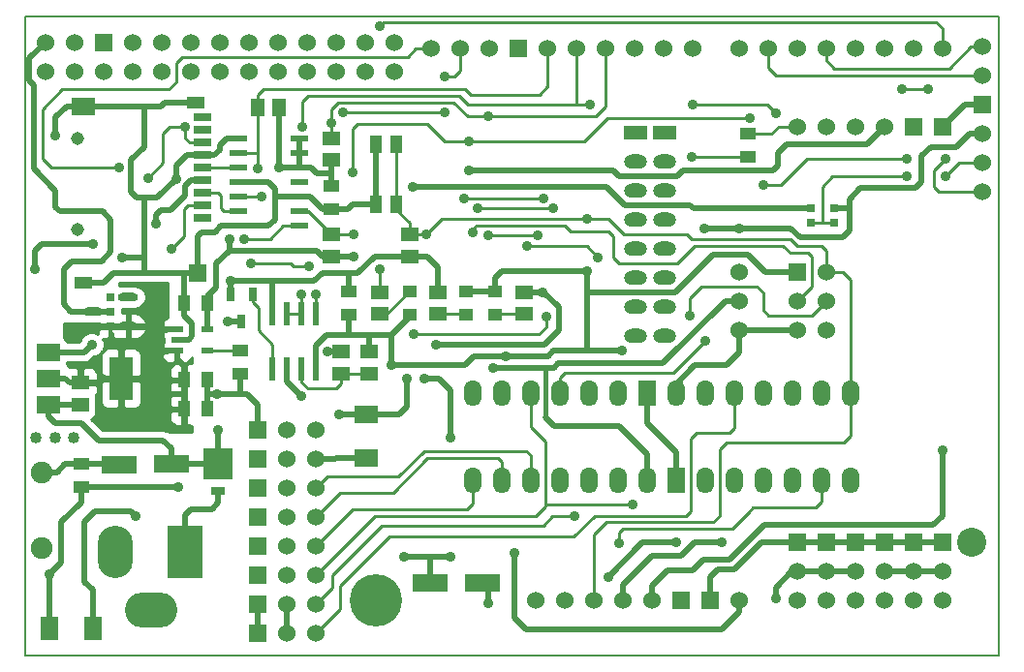
<source format=gtl>
G04 (created by PCBNEW (2013-03-15 BZR 4003)-stable) date 12-Jun-13 3:11:27 PM*
%MOIN*%
G04 Gerber Fmt 3.4, Leading zero omitted, Abs format*
%FSLAX34Y34*%
G01*
G70*
G90*
G04 APERTURE LIST*
%ADD10C,2.3622e-006*%
%ADD11C,0.005*%
%ADD12R,0.06X0.06*%
%ADD13C,0.06*%
%ADD14R,0.056X0.042*%
%ADD15R,0.05X0.04*%
%ADD16R,0.061X0.0197*%
%ADD17R,0.0394X0.0591*%
%ADD18R,0.042X0.056*%
%ADD19R,0.0512X0.059*%
%ADD20R,0.059X0.0512*%
%ADD21C,0.04*%
%ADD22R,0.044X0.0236*%
%ADD23R,0.08X0.15*%
%ADD24R,0.08X0.06*%
%ADD25R,0.0315X0.0472*%
%ADD26R,0.024X0.08*%
%ADD27R,0.12X0.064*%
%ADD28R,0.08X0.05*%
%ADD29O,0.08X0.05*%
%ADD30C,0.075*%
%ADD31R,0.06X0.03*%
%ADD32R,0.06X0.04*%
%ADD33C,0.045*%
%ADD34R,0.03X0.03*%
%ADD35R,0.06X0.08*%
%ADD36R,0.1X0.105*%
%ADD37R,0.05X0.03*%
%ADD38O,0.12X0.18*%
%ADD39R,0.12X0.18*%
%ADD40O,0.18X0.12*%
%ADD41O,0.07X0.03*%
%ADD42C,0.18*%
%ADD43C,0.1*%
%ADD44O,0.06X0.09*%
%ADD45R,0.06X0.09*%
%ADD46C,0.035*%
%ADD47C,0.02*%
%ADD48C,0.015*%
%ADD49C,0.01*%
G04 APERTURE END LIST*
G54D10*
G54D11*
X43500Y-32000D02*
X43500Y-10000D01*
X10000Y-10000D02*
X43500Y-10000D01*
X43500Y-32000D02*
X10000Y-32000D01*
X10000Y-32000D02*
X10000Y-10000D01*
G54D12*
X18000Y-31250D03*
X18000Y-30250D03*
X18000Y-29250D03*
X18000Y-28250D03*
X18000Y-27250D03*
X18000Y-26250D03*
X18000Y-25250D03*
X18000Y-24250D03*
G54D13*
X19000Y-31250D03*
X19000Y-30250D03*
X19000Y-29250D03*
X19000Y-28250D03*
X19000Y-27250D03*
X19000Y-26250D03*
X19000Y-25250D03*
X19000Y-24250D03*
G54D14*
X11925Y-26225D03*
X11925Y-25425D03*
X17400Y-21525D03*
X17400Y-22325D03*
G54D15*
X23225Y-19475D03*
X23225Y-20275D03*
X26175Y-20275D03*
X26175Y-19475D03*
X25175Y-20275D03*
X25175Y-19475D03*
G54D14*
X20550Y-16650D03*
X20550Y-15850D03*
G54D16*
X17325Y-14225D03*
X17325Y-14725D03*
X17325Y-15225D03*
X17325Y-15725D03*
X17325Y-16225D03*
X17325Y-16725D03*
X17325Y-17225D03*
X19425Y-17225D03*
X19425Y-16725D03*
X19425Y-16225D03*
X19425Y-15725D03*
X19425Y-15225D03*
X19425Y-14725D03*
X19425Y-14225D03*
G54D17*
X22075Y-14425D03*
X22075Y-16475D03*
X22775Y-16475D03*
X22775Y-14425D03*
G54D14*
X34875Y-14050D03*
X34875Y-14850D03*
G54D18*
X15475Y-23525D03*
X16275Y-23525D03*
X16275Y-19875D03*
X15475Y-19875D03*
X15475Y-22525D03*
X16275Y-22525D03*
G54D19*
X18750Y-13150D03*
X18000Y-13150D03*
G54D20*
X20550Y-14950D03*
X20550Y-14200D03*
X20550Y-18275D03*
X20550Y-17525D03*
X23225Y-18275D03*
X23225Y-17525D03*
X24200Y-19500D03*
X24200Y-20250D03*
X27175Y-19500D03*
X27175Y-20250D03*
G54D21*
X11675Y-24500D03*
X11025Y-24500D03*
X10375Y-24500D03*
G54D20*
X20875Y-21550D03*
X20875Y-22300D03*
X21850Y-22300D03*
X21850Y-21550D03*
X22200Y-19500D03*
X22200Y-20250D03*
G54D22*
X15225Y-20775D03*
X15225Y-21525D03*
X15225Y-21150D03*
X16275Y-21525D03*
X16275Y-20775D03*
G54D23*
X13300Y-22475D03*
G54D24*
X10800Y-22475D03*
X10800Y-23375D03*
X10800Y-21575D03*
G54D25*
X17825Y-19575D03*
X17450Y-20525D03*
X17075Y-19575D03*
G54D26*
X18500Y-20250D03*
X18500Y-22150D03*
X19000Y-20250D03*
X19500Y-20250D03*
X20000Y-20250D03*
X19000Y-22150D03*
X19500Y-22150D03*
X20000Y-22150D03*
G54D14*
X21150Y-19475D03*
X21150Y-20275D03*
G54D27*
X23925Y-29525D03*
X25725Y-29500D03*
X15025Y-25425D03*
X13225Y-25450D03*
G54D13*
X20000Y-31250D03*
X20000Y-30250D03*
X20000Y-29250D03*
X20000Y-28250D03*
X20000Y-27250D03*
X20000Y-26250D03*
X20000Y-25250D03*
X20000Y-24250D03*
X42950Y-11050D03*
X42950Y-12050D03*
G54D12*
X42950Y-13050D03*
G54D13*
X42950Y-14050D03*
X42950Y-15050D03*
X42950Y-16050D03*
G54D28*
X31000Y-14000D03*
G54D29*
X31000Y-15000D03*
X31000Y-16000D03*
X31000Y-17000D03*
X31000Y-18000D03*
X31000Y-19000D03*
X31000Y-20000D03*
X31000Y-21000D03*
G54D28*
X32000Y-14000D03*
G54D29*
X32000Y-15000D03*
X32000Y-16000D03*
X32000Y-17000D03*
X32000Y-18000D03*
X32000Y-19000D03*
X32000Y-20000D03*
X32000Y-21000D03*
G54D30*
X10575Y-28300D03*
X10575Y-25700D03*
G54D13*
X37575Y-20800D03*
X36575Y-20800D03*
X37575Y-19800D03*
X36575Y-19800D03*
X37575Y-18800D03*
G54D12*
X36575Y-18800D03*
G54D31*
X16100Y-15225D03*
X16100Y-14792D03*
X16100Y-14359D03*
X16100Y-13926D03*
X16100Y-13493D03*
X16100Y-15658D03*
X16100Y-16091D03*
X16100Y-16524D03*
X16100Y-16957D03*
G54D32*
X15864Y-12963D03*
G54D24*
X12016Y-13099D03*
G54D32*
X12016Y-19162D03*
G54D12*
X15946Y-18840D03*
G54D33*
X11800Y-14200D03*
X11800Y-17350D03*
G54D34*
X37825Y-17100D03*
X37825Y-16625D03*
X37025Y-17100D03*
X37025Y-16625D03*
G54D35*
X12325Y-31075D03*
X10825Y-31075D03*
G54D24*
X21725Y-23725D03*
X21725Y-25225D03*
G54D36*
X16650Y-25425D03*
G54D37*
X16650Y-26350D03*
G54D38*
X13100Y-28450D03*
G54D39*
X15500Y-28450D03*
G54D40*
X14350Y-30450D03*
G54D13*
X10700Y-11900D03*
X10700Y-10900D03*
X11700Y-11900D03*
X11700Y-10900D03*
X12700Y-11900D03*
G54D12*
X12700Y-10900D03*
G54D13*
X13700Y-11900D03*
X13700Y-10900D03*
X14700Y-11900D03*
X14700Y-10900D03*
X15700Y-11900D03*
X15700Y-10900D03*
X16700Y-11900D03*
X16700Y-10900D03*
X17700Y-11900D03*
X17700Y-10900D03*
X18700Y-11900D03*
X18700Y-10900D03*
X19700Y-11900D03*
X19700Y-10900D03*
X20700Y-11900D03*
X20700Y-10900D03*
X21700Y-11900D03*
X21700Y-10900D03*
X22700Y-11900D03*
X22700Y-10900D03*
X34575Y-18800D03*
X34575Y-19800D03*
X34575Y-20800D03*
X41575Y-29125D03*
X40575Y-29125D03*
X39575Y-29125D03*
X38575Y-29125D03*
X37575Y-29125D03*
X36575Y-29125D03*
G54D12*
X41575Y-28125D03*
X40575Y-28125D03*
X39575Y-28125D03*
X38575Y-28125D03*
X37575Y-28125D03*
X36575Y-28125D03*
G54D41*
X13550Y-19675D03*
X13550Y-20675D03*
X12350Y-20175D03*
G54D34*
X12950Y-20675D03*
X12950Y-20175D03*
X12950Y-19675D03*
G54D20*
X11900Y-23375D03*
X11900Y-22625D03*
G54D12*
X41575Y-13800D03*
X40575Y-13800D03*
G54D13*
X39575Y-13800D03*
X38575Y-13800D03*
X37575Y-13800D03*
X36575Y-13800D03*
X41575Y-30125D03*
X40575Y-30125D03*
X39575Y-30125D03*
X36575Y-30125D03*
X37575Y-30125D03*
X38575Y-30125D03*
X34575Y-30125D03*
G54D12*
X33575Y-30125D03*
X32575Y-30125D03*
G54D13*
X30575Y-30125D03*
X29575Y-30125D03*
X41575Y-11125D03*
X40575Y-11125D03*
X39575Y-11125D03*
X38575Y-11125D03*
X37575Y-11125D03*
X36575Y-11125D03*
X35575Y-11125D03*
X34575Y-11125D03*
X32975Y-11125D03*
X31975Y-11125D03*
X30975Y-11125D03*
X29975Y-11125D03*
X28975Y-11125D03*
X27975Y-11125D03*
G54D12*
X26975Y-11125D03*
G54D13*
X25975Y-11125D03*
X31575Y-30125D03*
G54D42*
X22075Y-30125D03*
G54D43*
X42575Y-28125D03*
G54D13*
X28575Y-30125D03*
X27575Y-30125D03*
X24975Y-11125D03*
X23975Y-11125D03*
G54D44*
X37400Y-22975D03*
X36400Y-22975D03*
X35400Y-22975D03*
X34400Y-22975D03*
X33400Y-22975D03*
X32400Y-22975D03*
G54D45*
X31400Y-22975D03*
G54D44*
X30400Y-22975D03*
X29400Y-22975D03*
X28400Y-22975D03*
X27400Y-22975D03*
X26400Y-22975D03*
X25400Y-22975D03*
X38400Y-22975D03*
X25400Y-25975D03*
X26400Y-25975D03*
X27400Y-25975D03*
X28400Y-25975D03*
X29400Y-25975D03*
X30400Y-25975D03*
X31400Y-25975D03*
G54D45*
X32400Y-25975D03*
G54D44*
X33400Y-25975D03*
X34400Y-25975D03*
X35400Y-25975D03*
X36400Y-25975D03*
X37400Y-25975D03*
X38400Y-25975D03*
G54D46*
X35825Y-30050D03*
X14499Y-17135D03*
X19500Y-23075D03*
X17025Y-17675D03*
X33975Y-28125D03*
X34575Y-17300D03*
X33375Y-17300D03*
X18750Y-15225D03*
X21300Y-18275D03*
X24125Y-21300D03*
X27800Y-19500D03*
X23025Y-28600D03*
X24650Y-28600D03*
X26100Y-22100D03*
X40350Y-15525D03*
X41675Y-15525D03*
X27625Y-17550D03*
X25925Y-17550D03*
X25575Y-16625D03*
X28175Y-16625D03*
X41675Y-14925D03*
X35400Y-15825D03*
X40350Y-14925D03*
X33400Y-21175D03*
X28900Y-27225D03*
X30900Y-26825D03*
X17075Y-19125D03*
X23150Y-22475D03*
X12350Y-17850D03*
X14700Y-19300D03*
X41575Y-24950D03*
X15275Y-26225D03*
X10350Y-18700D03*
X15625Y-24200D03*
X12625Y-22475D03*
X10825Y-29225D03*
X20800Y-23700D03*
X15500Y-13825D03*
X35825Y-13350D03*
X32975Y-13050D03*
X14225Y-15575D03*
X19550Y-13825D03*
X29425Y-13050D03*
X25400Y-17450D03*
X20550Y-13675D03*
X18150Y-16225D03*
X25925Y-13450D03*
X29350Y-16975D03*
X19775Y-18600D03*
X17775Y-18500D03*
X32950Y-14850D03*
X23800Y-17525D03*
X22200Y-10350D03*
X40175Y-12525D03*
X41075Y-12525D03*
X18000Y-15250D03*
X23375Y-20950D03*
X27275Y-17925D03*
X32875Y-20325D03*
X29700Y-18300D03*
X27925Y-20350D03*
X20000Y-19575D03*
X34925Y-13500D03*
X25275Y-14300D03*
X13225Y-15200D03*
X21275Y-15375D03*
X20950Y-13325D03*
X24450Y-12075D03*
X30450Y-28150D03*
X24450Y-13325D03*
X17525Y-17675D03*
X15025Y-18025D03*
X27825Y-16275D03*
X21300Y-17525D03*
X25100Y-16275D03*
X16975Y-20525D03*
X25275Y-15300D03*
X13800Y-27225D03*
X20400Y-21550D03*
X23725Y-22475D03*
X26850Y-28475D03*
X16650Y-24250D03*
X24625Y-24500D03*
X23350Y-15875D03*
X11050Y-14125D03*
X12300Y-21300D03*
X26550Y-21700D03*
X16600Y-23025D03*
X25950Y-30200D03*
X15200Y-15600D03*
X13350Y-18325D03*
X29325Y-18775D03*
X30075Y-29300D03*
X22600Y-22025D03*
X32400Y-28125D03*
X30550Y-21525D03*
X22200Y-18725D03*
X19500Y-19575D03*
G54D47*
X37575Y-29125D02*
X38575Y-29125D01*
X19000Y-22150D02*
X19000Y-22575D01*
X15499Y-16176D02*
X15000Y-16675D01*
X38125Y-17625D02*
X36675Y-17625D01*
X36575Y-29125D02*
X36375Y-29125D01*
X20550Y-15425D02*
X20550Y-14950D01*
X16275Y-19650D02*
X16575Y-19350D01*
X40850Y-15700D02*
X40625Y-15925D01*
X40850Y-14825D02*
X40850Y-15700D01*
X41163Y-14512D02*
X40850Y-14825D01*
X42950Y-14050D02*
X42500Y-14050D01*
X40625Y-15925D02*
X38750Y-15925D01*
X42500Y-14050D02*
X42038Y-14512D01*
X20050Y-15425D02*
X20550Y-15425D01*
X15499Y-15848D02*
X15689Y-15658D01*
X36575Y-29125D02*
X37575Y-29125D01*
X31575Y-28575D02*
X30575Y-29575D01*
X38375Y-16300D02*
X38750Y-15925D01*
X27175Y-19500D02*
X27850Y-19500D01*
X38375Y-17375D02*
X38375Y-16625D01*
X35825Y-29675D02*
X35825Y-30050D01*
X33975Y-28125D02*
X33025Y-28125D01*
X27800Y-19500D02*
X27175Y-19500D01*
X16275Y-19875D02*
X16275Y-19650D01*
X19850Y-15225D02*
X20050Y-15425D01*
X14499Y-17135D02*
X14499Y-16848D01*
X20550Y-15850D02*
X20550Y-15425D01*
X19425Y-15225D02*
X19850Y-15225D01*
X18750Y-15225D02*
X18750Y-13150D01*
X20225Y-18275D02*
X20025Y-18075D01*
X19000Y-22575D02*
X19500Y-23075D01*
X17025Y-18075D02*
X17025Y-17675D01*
X36375Y-29125D02*
X35825Y-29675D01*
X19425Y-15225D02*
X18750Y-15225D01*
X27872Y-21300D02*
X28375Y-20797D01*
X15689Y-15658D02*
X16100Y-15658D01*
X16575Y-19350D02*
X16575Y-18525D01*
X16575Y-18525D02*
X17025Y-18075D01*
X30575Y-29575D02*
X30575Y-30125D01*
X19425Y-14225D02*
X19425Y-14725D01*
X32575Y-28575D02*
X31575Y-28575D01*
X21300Y-18275D02*
X20550Y-18275D01*
X34575Y-17300D02*
X36350Y-17300D01*
X34575Y-17300D02*
X33375Y-17300D01*
X14675Y-16675D02*
X14675Y-16672D01*
X24125Y-21300D02*
X27872Y-21300D01*
X19425Y-14725D02*
X19425Y-15225D01*
X20025Y-18075D02*
X17025Y-18075D01*
X33025Y-28125D02*
X32575Y-28575D01*
X15000Y-16675D02*
X14675Y-16675D01*
X37825Y-16625D02*
X38375Y-16625D01*
X15499Y-15848D02*
X15499Y-16176D01*
X20550Y-18275D02*
X20225Y-18275D01*
X27850Y-19500D02*
X28375Y-20025D01*
X14499Y-16848D02*
X14675Y-16672D01*
X42038Y-14512D02*
X41163Y-14512D01*
X16275Y-20775D02*
X16275Y-19875D01*
X28375Y-20025D02*
X28375Y-20797D01*
X38375Y-16625D02*
X38375Y-16300D01*
X38125Y-17625D02*
X38375Y-17375D01*
X36675Y-17625D02*
X36350Y-17300D01*
X20675Y-25250D02*
X20000Y-25250D01*
X20700Y-25225D02*
X20675Y-25250D01*
X21725Y-25225D02*
X20700Y-25225D01*
X23925Y-28600D02*
X23025Y-28600D01*
X19000Y-30250D02*
X19000Y-31250D01*
X24650Y-28600D02*
X23925Y-28600D01*
X23925Y-29525D02*
X23925Y-28600D01*
X31400Y-25075D02*
X30425Y-24100D01*
G54D48*
X27900Y-23800D02*
X27900Y-22100D01*
G54D47*
X28200Y-24100D02*
X27900Y-23800D01*
X31950Y-21950D02*
X34100Y-19800D01*
X31400Y-25975D02*
X31400Y-25075D01*
X28350Y-21950D02*
X31950Y-21950D01*
X34100Y-19800D02*
X34575Y-19800D01*
X30425Y-24100D02*
X28200Y-24100D01*
X27875Y-22100D02*
X28200Y-22100D01*
X26100Y-22100D02*
X27875Y-22100D01*
X27900Y-22100D02*
X27875Y-22100D01*
X28350Y-21950D02*
X28200Y-22100D01*
G54D49*
X42950Y-15050D02*
X42150Y-15050D01*
X42150Y-15050D02*
X41675Y-15525D01*
X40350Y-15525D02*
X37775Y-15525D01*
X37425Y-15875D02*
X37425Y-17100D01*
X37775Y-15525D02*
X37425Y-15875D01*
X37425Y-17100D02*
X37825Y-17100D01*
X37025Y-17100D02*
X37825Y-17100D01*
X25925Y-17550D02*
X27625Y-17550D01*
X25400Y-26775D02*
X25200Y-26975D01*
X25400Y-25975D02*
X25400Y-26775D01*
X21275Y-26975D02*
X20000Y-28250D01*
X25200Y-26975D02*
X21275Y-26975D01*
X28175Y-16625D02*
X25575Y-16625D01*
X42950Y-16050D02*
X41450Y-16050D01*
X36000Y-15825D02*
X36900Y-14925D01*
X41450Y-16050D02*
X41275Y-15875D01*
X35400Y-15825D02*
X36000Y-15825D01*
X41275Y-15325D02*
X41675Y-14925D01*
X40350Y-14925D02*
X36900Y-14925D01*
X41275Y-15875D02*
X41275Y-15325D01*
X41800Y-11800D02*
X37850Y-11800D01*
X42950Y-11050D02*
X42550Y-11050D01*
X37575Y-11525D02*
X37575Y-11125D01*
X37850Y-11800D02*
X37575Y-11525D01*
X42550Y-11050D02*
X41800Y-11800D01*
X28575Y-22275D02*
X28400Y-22450D01*
X28400Y-22450D02*
X28400Y-22975D01*
X20575Y-29250D02*
X20575Y-29675D01*
X22275Y-27550D02*
X20575Y-29250D01*
X27825Y-27550D02*
X22275Y-27550D01*
X20575Y-29675D02*
X20000Y-30250D01*
X27825Y-27550D02*
X28150Y-27225D01*
X28575Y-22275D02*
X32300Y-22275D01*
X28150Y-27225D02*
X28900Y-27225D01*
X32300Y-22275D02*
X33400Y-21175D01*
X27575Y-27200D02*
X27900Y-26875D01*
X22050Y-27200D02*
X20000Y-29250D01*
X27900Y-24650D02*
X27400Y-24150D01*
X27900Y-24650D02*
X27900Y-26875D01*
X27575Y-27200D02*
X27950Y-26825D01*
X27575Y-27200D02*
X22050Y-27200D01*
X42950Y-12050D02*
X35850Y-12050D01*
X27950Y-26825D02*
X30900Y-26825D01*
X27400Y-22975D02*
X27400Y-24150D01*
X35850Y-12050D02*
X35575Y-11775D01*
X35575Y-11775D02*
X35575Y-11125D01*
G54D47*
X11925Y-26225D02*
X15275Y-26225D01*
X32100Y-29075D02*
X31575Y-29600D01*
X31575Y-30125D02*
X31575Y-29600D01*
X34575Y-21575D02*
X34575Y-20800D01*
X32400Y-22673D02*
X33048Y-22025D01*
X10350Y-18075D02*
X10350Y-18700D01*
X15475Y-23025D02*
X15475Y-23525D01*
X15225Y-21800D02*
X15225Y-21525D01*
X18500Y-19125D02*
X18475Y-19125D01*
X15225Y-21525D02*
X14700Y-21525D01*
X33048Y-22025D02*
X34125Y-22025D01*
X23225Y-18275D02*
X22025Y-18275D01*
X11900Y-22625D02*
X12475Y-22625D01*
X13300Y-22475D02*
X12625Y-22475D01*
X32975Y-29075D02*
X32100Y-29075D01*
X36575Y-20800D02*
X34575Y-20800D01*
X24200Y-18650D02*
X23825Y-18275D01*
X14700Y-21525D02*
X14700Y-20675D01*
X34125Y-22025D02*
X34575Y-21575D01*
X40575Y-29125D02*
X41575Y-29125D01*
X15475Y-22525D02*
X15475Y-22050D01*
X24200Y-19500D02*
X24200Y-18650D01*
X15475Y-23525D02*
X15475Y-24000D01*
X21450Y-18850D02*
X21150Y-18850D01*
X11250Y-27425D02*
X11250Y-28800D01*
X35425Y-27525D02*
X41250Y-27525D01*
X20825Y-23725D02*
X20800Y-23700D01*
X21725Y-23725D02*
X20825Y-23725D01*
X17075Y-19575D02*
X17075Y-19125D01*
X18500Y-20250D02*
X18500Y-19125D01*
X14225Y-20675D02*
X13550Y-20675D01*
X10825Y-31075D02*
X10825Y-29225D01*
X14050Y-22475D02*
X14600Y-23025D01*
X41575Y-24950D02*
X41575Y-27200D01*
X41575Y-27200D02*
X41250Y-27525D01*
X11925Y-26750D02*
X11925Y-26225D01*
X15475Y-23025D02*
X14600Y-23025D01*
X33350Y-28700D02*
X32975Y-29075D01*
X15475Y-24000D02*
X15625Y-24200D01*
X22875Y-23725D02*
X21725Y-23725D01*
X12350Y-17850D02*
X10575Y-17850D01*
X14700Y-20775D02*
X14700Y-20675D01*
X11525Y-22625D02*
X11375Y-22475D01*
X19950Y-19125D02*
X20225Y-18850D01*
X21150Y-19475D02*
X21150Y-18850D01*
X14325Y-20775D02*
X14225Y-20675D01*
X18475Y-19125D02*
X17075Y-19125D01*
X22025Y-18275D02*
X21450Y-18850D01*
X15475Y-22050D02*
X15225Y-21800D01*
X10575Y-17850D02*
X10350Y-18075D01*
X23150Y-22475D02*
X23150Y-23450D01*
X32400Y-22975D02*
X32400Y-22673D01*
X19950Y-19125D02*
X18475Y-19125D01*
X14700Y-19300D02*
X14700Y-20675D01*
X11250Y-28800D02*
X10825Y-29225D01*
X11375Y-22475D02*
X10800Y-22475D01*
X11900Y-22625D02*
X11525Y-22625D01*
X23825Y-18275D02*
X23225Y-18275D01*
X11250Y-27425D02*
X11925Y-26750D01*
X21150Y-18850D02*
X20225Y-18850D01*
X23150Y-23450D02*
X22875Y-23725D01*
X15475Y-22525D02*
X15475Y-23025D01*
X39575Y-29125D02*
X40575Y-29125D01*
X12475Y-22625D02*
X12625Y-22475D01*
X13550Y-20675D02*
X12950Y-20675D01*
X14050Y-22475D02*
X13300Y-22475D01*
X15225Y-20775D02*
X14700Y-20775D01*
X14700Y-20775D02*
X14325Y-20775D01*
X34250Y-28700D02*
X33350Y-28700D01*
X35425Y-27525D02*
X34250Y-28700D01*
G54D49*
X15659Y-14359D02*
X15500Y-14200D01*
X28975Y-13050D02*
X25250Y-13050D01*
X24950Y-12750D02*
X25250Y-13050D01*
X14750Y-15050D02*
X14225Y-15575D01*
X19750Y-12750D02*
X24950Y-12750D01*
X28975Y-13050D02*
X28975Y-11125D01*
X32975Y-13050D02*
X35525Y-13050D01*
X19550Y-12950D02*
X19750Y-12750D01*
X19550Y-13825D02*
X19550Y-12950D01*
X35525Y-13050D02*
X35825Y-13350D01*
X15500Y-14200D02*
X15500Y-13825D01*
X29425Y-13050D02*
X28975Y-13050D01*
X16100Y-14359D02*
X15659Y-14359D01*
X14975Y-13825D02*
X15500Y-13825D01*
X14750Y-14050D02*
X14750Y-15050D01*
X14750Y-14050D02*
X14975Y-13825D01*
X17325Y-16225D02*
X18150Y-16225D01*
X29975Y-11125D02*
X29975Y-13100D01*
X22850Y-25850D02*
X20400Y-25850D01*
X25400Y-17450D02*
X25400Y-17325D01*
X29625Y-13450D02*
X25925Y-13450D01*
X20550Y-14200D02*
X20550Y-13675D01*
X27400Y-25975D02*
X27400Y-25125D01*
X23725Y-24975D02*
X22850Y-25850D01*
X27250Y-24975D02*
X23725Y-24975D01*
X25925Y-13450D02*
X25225Y-13450D01*
X20400Y-25850D02*
X20000Y-26250D01*
X20550Y-13200D02*
X20775Y-12975D01*
X36075Y-17900D02*
X36325Y-18150D01*
X30075Y-17400D02*
X30250Y-17575D01*
X32450Y-18500D02*
X30425Y-18500D01*
X27400Y-25125D02*
X27250Y-24975D01*
X28575Y-17200D02*
X28775Y-17400D01*
X28775Y-17400D02*
X30075Y-17400D01*
X30425Y-18500D02*
X30250Y-18325D01*
X33050Y-17900D02*
X32450Y-18500D01*
X33050Y-17900D02*
X36075Y-17900D01*
X30250Y-18325D02*
X30250Y-17575D01*
X25525Y-17200D02*
X28575Y-17200D01*
X36950Y-18150D02*
X37075Y-18275D01*
X20775Y-12975D02*
X24750Y-12975D01*
X36325Y-18150D02*
X36950Y-18150D01*
X20550Y-13675D02*
X20550Y-13200D01*
X37075Y-18275D02*
X37075Y-19300D01*
X37075Y-19300D02*
X36575Y-19800D01*
X24750Y-12975D02*
X25225Y-13450D01*
X25400Y-17325D02*
X25525Y-17200D01*
X29975Y-13100D02*
X29625Y-13450D01*
X38400Y-22975D02*
X38400Y-24450D01*
X38400Y-22975D02*
X38400Y-19075D01*
X38175Y-24675D02*
X38400Y-24450D01*
X34125Y-24675D02*
X38175Y-24675D01*
X33900Y-24900D02*
X34125Y-24675D01*
X29575Y-27850D02*
X29575Y-30125D01*
X32950Y-17675D02*
X32775Y-17500D01*
X33900Y-24900D02*
X33900Y-27200D01*
X24350Y-16975D02*
X23800Y-17525D01*
X19250Y-18600D02*
X19775Y-18600D01*
X22775Y-16475D02*
X22775Y-14425D01*
X29350Y-16975D02*
X24350Y-16975D01*
X23800Y-17525D02*
X23225Y-17525D01*
X17775Y-18500D02*
X19150Y-18500D01*
X32950Y-17675D02*
X36350Y-17675D01*
X22775Y-16475D02*
X22775Y-16675D01*
X36350Y-17675D02*
X36575Y-17900D01*
X30075Y-16975D02*
X30600Y-17500D01*
X37400Y-17900D02*
X36575Y-17900D01*
X38125Y-18800D02*
X37575Y-18800D01*
X19150Y-18500D02*
X19250Y-18600D01*
X30000Y-27425D02*
X29575Y-27850D01*
X23225Y-17125D02*
X23225Y-17525D01*
X30000Y-27425D02*
X33675Y-27425D01*
X22775Y-16675D02*
X23225Y-17125D01*
X30600Y-17500D02*
X32775Y-17500D01*
X32950Y-14850D02*
X34875Y-14850D01*
X37575Y-18800D02*
X37575Y-18075D01*
X38400Y-19075D02*
X38125Y-18800D01*
X33900Y-27200D02*
X33675Y-27425D01*
X37575Y-18075D02*
X37400Y-17900D01*
X29350Y-16975D02*
X30075Y-16975D01*
X41350Y-10200D02*
X22350Y-10200D01*
X41575Y-10425D02*
X41575Y-11125D01*
X40175Y-12525D02*
X41075Y-12525D01*
X22350Y-10200D02*
X22200Y-10350D01*
X41350Y-10200D02*
X41575Y-10425D01*
G54D47*
X11600Y-18450D02*
X12625Y-18450D01*
X11200Y-16725D02*
X11050Y-16575D01*
X12950Y-18125D02*
X12950Y-17000D01*
X12350Y-20175D02*
X11575Y-20175D01*
X11575Y-20175D02*
X11325Y-19925D01*
X12950Y-17000D02*
X12675Y-16725D01*
X10150Y-12225D02*
X10150Y-11450D01*
X11325Y-19925D02*
X11325Y-18725D01*
X10150Y-11450D02*
X10700Y-10900D01*
X12950Y-20175D02*
X12350Y-20175D01*
X12675Y-16725D02*
X11200Y-16725D01*
X11050Y-16000D02*
X11050Y-16575D01*
X11325Y-18725D02*
X11600Y-18450D01*
X10300Y-12375D02*
X10300Y-15250D01*
X10300Y-15250D02*
X11050Y-16000D01*
X12625Y-18450D02*
X12950Y-18125D01*
X10150Y-12225D02*
X10300Y-12375D01*
G54D49*
X27975Y-12425D02*
X27975Y-11125D01*
X35175Y-19300D02*
X35400Y-19525D01*
X33275Y-19300D02*
X35175Y-19300D01*
X29325Y-17925D02*
X29700Y-18300D01*
X32875Y-20325D02*
X32875Y-19700D01*
X25325Y-12700D02*
X27700Y-12700D01*
X32875Y-19700D02*
X33275Y-19300D01*
X35400Y-20125D02*
X35575Y-20300D01*
X18200Y-12525D02*
X18000Y-12725D01*
X35400Y-19525D02*
X35400Y-20125D01*
X27700Y-12700D02*
X27975Y-12425D01*
X20000Y-20250D02*
X20000Y-19575D01*
X18200Y-12525D02*
X25150Y-12525D01*
X37075Y-20300D02*
X35575Y-20300D01*
X18000Y-13150D02*
X18000Y-14725D01*
X18000Y-12725D02*
X18000Y-13150D01*
X25150Y-12525D02*
X25325Y-12700D01*
X27925Y-20700D02*
X27925Y-20350D01*
X23375Y-20950D02*
X27675Y-20950D01*
X37075Y-20300D02*
X37575Y-19800D01*
X27275Y-17925D02*
X29325Y-17925D01*
X17325Y-14725D02*
X18000Y-14725D01*
X27675Y-20950D02*
X27925Y-20700D01*
X18000Y-15250D02*
X18000Y-14725D01*
X23175Y-11400D02*
X15400Y-11400D01*
X15200Y-11600D02*
X15400Y-11400D01*
X15200Y-12275D02*
X15200Y-11600D01*
X34925Y-13500D02*
X30050Y-13500D01*
X14950Y-12525D02*
X15200Y-12275D01*
X30050Y-13500D02*
X29250Y-14300D01*
X29250Y-14300D02*
X25275Y-14300D01*
X23175Y-11400D02*
X23450Y-11125D01*
X10900Y-15200D02*
X10600Y-14900D01*
X14950Y-12525D02*
X11275Y-12525D01*
X23450Y-11125D02*
X23975Y-11125D01*
X23850Y-13700D02*
X21450Y-13700D01*
X24450Y-14300D02*
X23850Y-13700D01*
X21275Y-13875D02*
X21275Y-15375D01*
X13225Y-15200D02*
X10900Y-15200D01*
X10600Y-14900D02*
X10600Y-13200D01*
X11275Y-12525D02*
X10600Y-13200D01*
X21450Y-13700D02*
X21275Y-13875D01*
X25275Y-14300D02*
X24450Y-14300D01*
X37400Y-25975D02*
X37400Y-26725D01*
X37200Y-26925D02*
X35052Y-26925D01*
X37400Y-26725D02*
X37200Y-26925D01*
X24975Y-11125D02*
X24975Y-11875D01*
X24450Y-13325D02*
X20950Y-13325D01*
X30575Y-27650D02*
X34327Y-27650D01*
X24450Y-12075D02*
X24775Y-12075D01*
X24775Y-12075D02*
X24975Y-11875D01*
X30575Y-27650D02*
X30450Y-27775D01*
X35052Y-26925D02*
X34900Y-27077D01*
X30450Y-27775D02*
X30450Y-28150D01*
X34900Y-27077D02*
X34327Y-27650D01*
X16100Y-15225D02*
X17325Y-15225D01*
X15475Y-16650D02*
X15475Y-17575D01*
X16100Y-16524D02*
X15601Y-16524D01*
X17525Y-17675D02*
X18425Y-17675D01*
X15475Y-17575D02*
X15025Y-18025D01*
X15601Y-16524D02*
X15475Y-16650D01*
X18875Y-17225D02*
X19425Y-17225D01*
X18425Y-17675D02*
X18875Y-17225D01*
X16825Y-16725D02*
X16725Y-16625D01*
X16725Y-16175D02*
X16641Y-16091D01*
X16641Y-16091D02*
X16100Y-16091D01*
X16725Y-16625D02*
X16725Y-16175D01*
X17325Y-16725D02*
X16825Y-16725D01*
X22675Y-26400D02*
X20850Y-26400D01*
X27825Y-16275D02*
X25100Y-16275D01*
X20550Y-17525D02*
X21300Y-17525D01*
X26275Y-25225D02*
X23850Y-25225D01*
X19425Y-16725D02*
X19750Y-16725D01*
X26400Y-25975D02*
X26400Y-25350D01*
X23850Y-25225D02*
X22675Y-26400D01*
X20850Y-26400D02*
X20000Y-27250D01*
X26400Y-25350D02*
X26275Y-25225D01*
X19750Y-16725D02*
X20550Y-17525D01*
X19725Y-22825D02*
X20700Y-22825D01*
X19500Y-22600D02*
X19725Y-22825D01*
X20875Y-22650D02*
X20700Y-22825D01*
X19500Y-22150D02*
X19500Y-22600D01*
X20875Y-22300D02*
X21850Y-22300D01*
X20875Y-22300D02*
X20875Y-22650D01*
X17825Y-19575D02*
X17825Y-19850D01*
X18500Y-22150D02*
X18500Y-21300D01*
X17825Y-19850D02*
X18025Y-20050D01*
X18025Y-20825D02*
X18025Y-20050D01*
X18500Y-21300D02*
X18025Y-20825D01*
G54D47*
X15700Y-26975D02*
X15500Y-27175D01*
X16650Y-26750D02*
X16425Y-26975D01*
X16650Y-26350D02*
X16650Y-26750D01*
X15500Y-27175D02*
X15500Y-28450D01*
X16425Y-26975D02*
X15700Y-26975D01*
X25275Y-15300D02*
X30250Y-15300D01*
X30450Y-15500D02*
X30250Y-15300D01*
X35750Y-15300D02*
X32650Y-15300D01*
X35900Y-15150D02*
X35900Y-14700D01*
X36200Y-14400D02*
X38975Y-14400D01*
X32450Y-15500D02*
X30450Y-15500D01*
X35750Y-15300D02*
X35900Y-15150D01*
X16975Y-20525D02*
X17450Y-20525D01*
X38975Y-14400D02*
X39575Y-13800D01*
X32650Y-15300D02*
X32450Y-15500D01*
X36200Y-14400D02*
X35900Y-14700D01*
X13800Y-27225D02*
X13625Y-27050D01*
X12400Y-27050D02*
X12050Y-27400D01*
X12050Y-29475D02*
X12325Y-29750D01*
X12050Y-27400D02*
X12050Y-29475D01*
X13625Y-27050D02*
X12400Y-27050D01*
X12325Y-29750D02*
X12325Y-31075D01*
X11925Y-24000D02*
X12525Y-24600D01*
X24225Y-22475D02*
X23725Y-22475D01*
X14750Y-24600D02*
X12525Y-24600D01*
X11900Y-23375D02*
X10800Y-23375D01*
X10800Y-23775D02*
X11025Y-24000D01*
X15025Y-25425D02*
X16650Y-25425D01*
X16650Y-25425D02*
X16650Y-24250D01*
X20875Y-21550D02*
X20400Y-21550D01*
X10800Y-23375D02*
X10800Y-23775D01*
X15025Y-24875D02*
X14750Y-24600D01*
X15025Y-25425D02*
X15025Y-24875D01*
X11025Y-24000D02*
X11925Y-24000D01*
X24625Y-24500D02*
X24625Y-22875D01*
X24625Y-22875D02*
X24225Y-22475D01*
X26850Y-30725D02*
X26850Y-28475D01*
X34575Y-30500D02*
X34575Y-30125D01*
X33975Y-31100D02*
X27225Y-31100D01*
X27225Y-31100D02*
X26850Y-30725D01*
X34575Y-30500D02*
X33975Y-31100D01*
X37025Y-16625D02*
X33000Y-16625D01*
X30000Y-15875D02*
X30625Y-16500D01*
X23350Y-15875D02*
X30000Y-15875D01*
X30625Y-16500D02*
X32875Y-16500D01*
X33000Y-16625D02*
X32875Y-16500D01*
G54D49*
X32900Y-24550D02*
X33100Y-24350D01*
X20850Y-29624D02*
X20850Y-30400D01*
X20850Y-30400D02*
X20000Y-31250D01*
X22549Y-27925D02*
X20850Y-29624D01*
X29600Y-27200D02*
X28875Y-27925D01*
X32750Y-27200D02*
X29600Y-27200D01*
X32900Y-24550D02*
X32900Y-27050D01*
X34225Y-24350D02*
X34400Y-24175D01*
X34400Y-22975D02*
X34400Y-24175D01*
X33100Y-24350D02*
X34225Y-24350D01*
X32750Y-27200D02*
X32900Y-27050D01*
X28875Y-27925D02*
X22549Y-27925D01*
X35925Y-13800D02*
X35675Y-14050D01*
X35675Y-14050D02*
X34875Y-14050D01*
X36575Y-13800D02*
X35925Y-13800D01*
G54D47*
X35325Y-28125D02*
X34400Y-29050D01*
X34400Y-29050D02*
X33850Y-29050D01*
X33850Y-29050D02*
X33575Y-29325D01*
X25950Y-30200D02*
X25950Y-29725D01*
X42950Y-13050D02*
X42325Y-13050D01*
X42325Y-13050D02*
X41575Y-13800D01*
X22600Y-22025D02*
X25125Y-22025D01*
X16100Y-14792D02*
X16508Y-14792D01*
X17325Y-17225D02*
X18375Y-17225D01*
X23225Y-20350D02*
X22600Y-20975D01*
X25450Y-21700D02*
X26550Y-21700D01*
X21850Y-21550D02*
X21850Y-20975D01*
X15225Y-21150D02*
X15625Y-21150D01*
X16508Y-14792D02*
X16692Y-14608D01*
X26550Y-21700D02*
X28001Y-21700D01*
X16600Y-23025D02*
X16275Y-23025D01*
X21275Y-16475D02*
X21100Y-16650D01*
X14100Y-13099D02*
X14100Y-14500D01*
X22600Y-20975D02*
X21900Y-20975D01*
X29325Y-21525D02*
X29300Y-21525D01*
X19800Y-16225D02*
X19425Y-16225D01*
X15946Y-18840D02*
X15475Y-18840D01*
X23225Y-20275D02*
X23225Y-20350D01*
X17400Y-22325D02*
X17400Y-23025D01*
X13550Y-25425D02*
X13225Y-25450D01*
X20375Y-20975D02*
X21150Y-20975D01*
X33575Y-29325D02*
X33575Y-30125D01*
X31250Y-28125D02*
X30075Y-29300D01*
X28001Y-21700D02*
X28176Y-21525D01*
X22600Y-22025D02*
X22600Y-20975D01*
X14550Y-16250D02*
X15200Y-15600D01*
X15946Y-17579D02*
X16075Y-17450D01*
X14100Y-18325D02*
X13350Y-18325D01*
X13650Y-14950D02*
X14100Y-14500D01*
X14676Y-13099D02*
X14812Y-12963D01*
X10800Y-21575D02*
X12025Y-21575D01*
X29325Y-19500D02*
X29325Y-21525D01*
X15750Y-20575D02*
X15475Y-20300D01*
X37575Y-28125D02*
X38575Y-28125D01*
X20000Y-22150D02*
X20000Y-21350D01*
X15200Y-15150D02*
X15200Y-15600D01*
X15475Y-20300D02*
X15475Y-19875D01*
X31400Y-24025D02*
X31400Y-22975D01*
X32400Y-28125D02*
X31250Y-28125D01*
X38575Y-28125D02*
X39575Y-28125D01*
X18000Y-24250D02*
X18000Y-23375D01*
X40575Y-28125D02*
X41575Y-28125D01*
X29325Y-18775D02*
X29325Y-19500D01*
X26175Y-19475D02*
X26175Y-19000D01*
X33675Y-18200D02*
X32375Y-19500D01*
X18000Y-30250D02*
X18000Y-31250D01*
X16100Y-14792D02*
X15558Y-14792D01*
X16275Y-22525D02*
X16275Y-23025D01*
X11925Y-25425D02*
X13550Y-25425D01*
X14100Y-13099D02*
X14676Y-13099D01*
X12025Y-21575D02*
X12300Y-21300D01*
X11375Y-25425D02*
X11100Y-25700D01*
X15750Y-21025D02*
X15750Y-20575D01*
X32375Y-19500D02*
X29325Y-19500D01*
X15558Y-14792D02*
X15200Y-15150D01*
X25450Y-21700D02*
X25125Y-22025D01*
X14812Y-12963D02*
X15864Y-12963D01*
X12713Y-19162D02*
X12016Y-19162D01*
X17325Y-15725D02*
X18375Y-15725D01*
X20225Y-16650D02*
X19800Y-16225D01*
X17400Y-23025D02*
X17375Y-23025D01*
X22075Y-16475D02*
X21275Y-16475D01*
X12016Y-13099D02*
X14100Y-13099D01*
X36575Y-28125D02*
X35325Y-28125D01*
X15625Y-21150D02*
X15750Y-21025D01*
X22075Y-14425D02*
X22075Y-16475D01*
X21100Y-16650D02*
X20550Y-16650D01*
X14100Y-18840D02*
X14350Y-18840D01*
X18600Y-17000D02*
X18600Y-16225D01*
X13850Y-16250D02*
X14100Y-16250D01*
X39575Y-28125D02*
X40575Y-28125D01*
X11100Y-25700D02*
X10575Y-25700D01*
X21150Y-20975D02*
X21900Y-20975D01*
X13650Y-14950D02*
X13650Y-16050D01*
X36575Y-28125D02*
X37575Y-28125D01*
X11925Y-25425D02*
X11375Y-25425D01*
X16750Y-17225D02*
X16525Y-17450D01*
X17325Y-17225D02*
X16750Y-17225D01*
X29300Y-21525D02*
X28176Y-21525D01*
X25950Y-29725D02*
X25725Y-29500D01*
X20000Y-21350D02*
X20375Y-20975D01*
X36575Y-18800D02*
X35475Y-18800D01*
X21150Y-20275D02*
X21150Y-20975D01*
X13650Y-16050D02*
X13850Y-16250D01*
X13035Y-18840D02*
X12713Y-19162D01*
X11050Y-13475D02*
X11050Y-14125D01*
X33675Y-18200D02*
X34875Y-18200D01*
X15475Y-18840D02*
X14350Y-18840D01*
X15475Y-19875D02*
X15475Y-18840D01*
X16600Y-23025D02*
X17375Y-23025D01*
X16275Y-23025D02*
X16275Y-23525D01*
X18600Y-16225D02*
X18600Y-15950D01*
X32400Y-25025D02*
X31400Y-24025D01*
X14100Y-16250D02*
X14550Y-16250D01*
X18600Y-16225D02*
X19425Y-16225D01*
X14100Y-18325D02*
X14100Y-18840D01*
X14100Y-16250D02*
X14100Y-18325D01*
X16075Y-17450D02*
X16525Y-17450D01*
X30550Y-21525D02*
X29300Y-21525D01*
X16692Y-14458D02*
X16692Y-14608D01*
X32400Y-25975D02*
X32400Y-25025D01*
X20550Y-16650D02*
X20225Y-16650D01*
X18000Y-23375D02*
X17650Y-23025D01*
X18375Y-17225D02*
X18600Y-17000D01*
X12016Y-13099D02*
X11426Y-13099D01*
X11426Y-13099D02*
X11050Y-13475D01*
X21850Y-20975D02*
X21900Y-20975D01*
X18375Y-15725D02*
X18600Y-15950D01*
X14350Y-18840D02*
X13035Y-18840D01*
X15946Y-18840D02*
X15946Y-17579D01*
X29325Y-18775D02*
X26400Y-18775D01*
X17375Y-23025D02*
X17650Y-23025D01*
X16925Y-14225D02*
X16692Y-14458D01*
X17325Y-14225D02*
X16925Y-14225D01*
X26400Y-18775D02*
X26175Y-19000D01*
X35475Y-18800D02*
X34875Y-18200D01*
X25175Y-19475D02*
X26175Y-19475D01*
G54D49*
X17400Y-21525D02*
X16275Y-21525D01*
X25150Y-20250D02*
X25175Y-20275D01*
X24200Y-20250D02*
X25150Y-20250D01*
X22200Y-20250D02*
X22450Y-20250D01*
X22450Y-20250D02*
X23225Y-19475D01*
X22200Y-19500D02*
X22200Y-18725D01*
X19500Y-19575D02*
X19500Y-20250D01*
X19000Y-20250D02*
X19500Y-20250D01*
X27175Y-20250D02*
X26200Y-20250D01*
X26200Y-20250D02*
X26175Y-20275D01*
G54D10*
G36*
X15750Y-24325D02*
X15420Y-24325D01*
X15420Y-24030D01*
X15420Y-23580D01*
X15420Y-23470D01*
X15420Y-23030D01*
X15420Y-23020D01*
X15420Y-22580D01*
X15420Y-22470D01*
X15420Y-22020D01*
X15345Y-21945D01*
X15205Y-21944D01*
X15095Y-21990D01*
X15010Y-22074D01*
X14965Y-22185D01*
X14964Y-22304D01*
X14965Y-22395D01*
X15040Y-22470D01*
X15420Y-22470D01*
X15420Y-22580D01*
X15040Y-22580D01*
X14965Y-22655D01*
X14964Y-22745D01*
X14965Y-22864D01*
X15010Y-22975D01*
X15060Y-23025D01*
X15010Y-23074D01*
X14965Y-23185D01*
X14964Y-23304D01*
X14965Y-23395D01*
X15040Y-23470D01*
X15420Y-23470D01*
X15420Y-23580D01*
X15040Y-23580D01*
X14965Y-23655D01*
X14964Y-23745D01*
X14965Y-23864D01*
X15010Y-23975D01*
X15095Y-24059D01*
X15205Y-24105D01*
X15345Y-24105D01*
X15420Y-24030D01*
X15420Y-24325D01*
X14956Y-24325D01*
X14883Y-24276D01*
X14750Y-24250D01*
X14182Y-24250D01*
X14182Y-20799D01*
X14182Y-20550D01*
X14107Y-20395D01*
X13973Y-20280D01*
X13805Y-20225D01*
X13605Y-20225D01*
X13605Y-20620D01*
X14120Y-20620D01*
X14182Y-20550D01*
X14182Y-20799D01*
X14120Y-20730D01*
X13605Y-20730D01*
X13605Y-21125D01*
X13805Y-21125D01*
X13973Y-21069D01*
X14107Y-20954D01*
X14182Y-20799D01*
X14182Y-24250D01*
X14000Y-24250D01*
X14000Y-23284D01*
X14000Y-21665D01*
X13954Y-21555D01*
X13870Y-21470D01*
X13759Y-21425D01*
X13640Y-21424D01*
X13495Y-21424D01*
X13495Y-21125D01*
X13495Y-20730D01*
X13325Y-20730D01*
X13005Y-20730D01*
X12979Y-20730D01*
X12917Y-20799D01*
X12992Y-20954D01*
X13005Y-20964D01*
X13005Y-21050D01*
X13080Y-21125D01*
X13040Y-21125D01*
X13159Y-21124D01*
X13219Y-21100D01*
X13295Y-21125D01*
X13495Y-21125D01*
X13495Y-21424D01*
X13430Y-21425D01*
X13355Y-21500D01*
X13355Y-22420D01*
X13925Y-22420D01*
X14000Y-22345D01*
X14000Y-21665D01*
X14000Y-23284D01*
X14000Y-22605D01*
X13925Y-22530D01*
X13355Y-22530D01*
X13355Y-23450D01*
X13430Y-23525D01*
X13640Y-23525D01*
X13759Y-23524D01*
X13870Y-23479D01*
X13954Y-23394D01*
X14000Y-23284D01*
X14000Y-24250D01*
X13245Y-24250D01*
X13245Y-23450D01*
X13245Y-22530D01*
X12675Y-22530D01*
X12600Y-22605D01*
X12599Y-23284D01*
X12645Y-23394D01*
X12729Y-23479D01*
X12840Y-23524D01*
X12959Y-23525D01*
X13170Y-23525D01*
X13245Y-23450D01*
X13245Y-24250D01*
X12669Y-24250D01*
X12284Y-23864D01*
X12336Y-23843D01*
X12406Y-23772D01*
X12444Y-23680D01*
X12445Y-23581D01*
X12445Y-23069D01*
X12440Y-23059D01*
X12449Y-23050D01*
X12495Y-22940D01*
X12495Y-22309D01*
X12449Y-22199D01*
X12365Y-22114D01*
X12254Y-22069D01*
X12135Y-22068D01*
X12030Y-22069D01*
X11955Y-22144D01*
X11955Y-22570D01*
X12420Y-22570D01*
X12495Y-22495D01*
X12495Y-22309D01*
X12495Y-22940D01*
X12495Y-22755D01*
X12420Y-22680D01*
X11955Y-22680D01*
X11955Y-22687D01*
X11845Y-22687D01*
X11845Y-22680D01*
X11837Y-22680D01*
X11837Y-22570D01*
X11845Y-22570D01*
X11845Y-22144D01*
X11770Y-22069D01*
X11664Y-22068D01*
X11545Y-22069D01*
X11490Y-22091D01*
X11454Y-22005D01*
X11427Y-21978D01*
X11449Y-21925D01*
X12025Y-21925D01*
X12158Y-21898D01*
X12158Y-21898D01*
X12272Y-21822D01*
X12369Y-21725D01*
X12384Y-21725D01*
X12540Y-21660D01*
X12645Y-21555D01*
X12599Y-21665D01*
X12600Y-22345D01*
X12675Y-22420D01*
X13245Y-22420D01*
X13245Y-21500D01*
X13170Y-21425D01*
X12959Y-21424D01*
X12840Y-21425D01*
X12729Y-21470D01*
X12660Y-21540D01*
X12724Y-21384D01*
X12725Y-21215D01*
X12676Y-21098D01*
X12740Y-21124D01*
X12859Y-21125D01*
X12820Y-21125D01*
X12895Y-21050D01*
X12895Y-20730D01*
X12575Y-20730D01*
X12500Y-20805D01*
X12499Y-20884D01*
X12519Y-20930D01*
X12384Y-20875D01*
X12215Y-20874D01*
X12059Y-20939D01*
X11939Y-21058D01*
X11875Y-21215D01*
X11875Y-21225D01*
X11449Y-21225D01*
X11412Y-21133D01*
X11350Y-21071D01*
X11350Y-20575D01*
X12138Y-20575D01*
X12530Y-20575D01*
X12575Y-20620D01*
X12895Y-20620D01*
X12895Y-20612D01*
X12972Y-20612D01*
X12979Y-20620D01*
X13005Y-20620D01*
X13325Y-20620D01*
X13495Y-20620D01*
X13495Y-20225D01*
X13350Y-20225D01*
X13350Y-20075D01*
X13761Y-20075D01*
X13914Y-20044D01*
X14044Y-19957D01*
X14131Y-19828D01*
X14161Y-19675D01*
X14131Y-19521D01*
X14044Y-19392D01*
X13914Y-19305D01*
X13761Y-19275D01*
X13338Y-19275D01*
X13250Y-19292D01*
X13250Y-19190D01*
X14100Y-19190D01*
X14350Y-19190D01*
X14900Y-19190D01*
X14900Y-20375D01*
X14834Y-20402D01*
X14750Y-20487D01*
X14704Y-20597D01*
X14705Y-20645D01*
X14780Y-20720D01*
X14900Y-20720D01*
X14900Y-20804D01*
X14863Y-20819D01*
X14853Y-20830D01*
X14780Y-20830D01*
X14705Y-20905D01*
X14704Y-20952D01*
X14750Y-21062D01*
X14754Y-21067D01*
X14754Y-21081D01*
X14754Y-21232D01*
X14750Y-21237D01*
X14704Y-21347D01*
X14705Y-21395D01*
X14780Y-21470D01*
X14853Y-21470D01*
X14863Y-21479D01*
X14900Y-21495D01*
X14900Y-21580D01*
X14780Y-21580D01*
X14705Y-21655D01*
X14704Y-21702D01*
X14750Y-21812D01*
X14834Y-21897D01*
X14945Y-21942D01*
X15064Y-21943D01*
X15095Y-21943D01*
X15170Y-21868D01*
X15170Y-21750D01*
X15280Y-21750D01*
X15280Y-21868D01*
X15355Y-21943D01*
X15385Y-21943D01*
X15504Y-21942D01*
X15615Y-21897D01*
X15699Y-21812D01*
X15725Y-21750D01*
X15750Y-21750D01*
X15750Y-21947D01*
X15744Y-21944D01*
X15605Y-21945D01*
X15530Y-22020D01*
X15530Y-22470D01*
X15537Y-22470D01*
X15537Y-22580D01*
X15530Y-22580D01*
X15530Y-23020D01*
X15530Y-23030D01*
X15530Y-23470D01*
X15537Y-23470D01*
X15537Y-23580D01*
X15530Y-23580D01*
X15530Y-24030D01*
X15605Y-24105D01*
X15744Y-24105D01*
X15750Y-24102D01*
X15750Y-24325D01*
X15750Y-24325D01*
G37*
G54D49*
X15750Y-24325D02*
X15420Y-24325D01*
X15420Y-24030D01*
X15420Y-23580D01*
X15420Y-23470D01*
X15420Y-23030D01*
X15420Y-23020D01*
X15420Y-22580D01*
X15420Y-22470D01*
X15420Y-22020D01*
X15345Y-21945D01*
X15205Y-21944D01*
X15095Y-21990D01*
X15010Y-22074D01*
X14965Y-22185D01*
X14964Y-22304D01*
X14965Y-22395D01*
X15040Y-22470D01*
X15420Y-22470D01*
X15420Y-22580D01*
X15040Y-22580D01*
X14965Y-22655D01*
X14964Y-22745D01*
X14965Y-22864D01*
X15010Y-22975D01*
X15060Y-23025D01*
X15010Y-23074D01*
X14965Y-23185D01*
X14964Y-23304D01*
X14965Y-23395D01*
X15040Y-23470D01*
X15420Y-23470D01*
X15420Y-23580D01*
X15040Y-23580D01*
X14965Y-23655D01*
X14964Y-23745D01*
X14965Y-23864D01*
X15010Y-23975D01*
X15095Y-24059D01*
X15205Y-24105D01*
X15345Y-24105D01*
X15420Y-24030D01*
X15420Y-24325D01*
X14956Y-24325D01*
X14883Y-24276D01*
X14750Y-24250D01*
X14182Y-24250D01*
X14182Y-20799D01*
X14182Y-20550D01*
X14107Y-20395D01*
X13973Y-20280D01*
X13805Y-20225D01*
X13605Y-20225D01*
X13605Y-20620D01*
X14120Y-20620D01*
X14182Y-20550D01*
X14182Y-20799D01*
X14120Y-20730D01*
X13605Y-20730D01*
X13605Y-21125D01*
X13805Y-21125D01*
X13973Y-21069D01*
X14107Y-20954D01*
X14182Y-20799D01*
X14182Y-24250D01*
X14000Y-24250D01*
X14000Y-23284D01*
X14000Y-21665D01*
X13954Y-21555D01*
X13870Y-21470D01*
X13759Y-21425D01*
X13640Y-21424D01*
X13495Y-21424D01*
X13495Y-21125D01*
X13495Y-20730D01*
X13325Y-20730D01*
X13005Y-20730D01*
X12979Y-20730D01*
X12917Y-20799D01*
X12992Y-20954D01*
X13005Y-20964D01*
X13005Y-21050D01*
X13080Y-21125D01*
X13040Y-21125D01*
X13159Y-21124D01*
X13219Y-21100D01*
X13295Y-21125D01*
X13495Y-21125D01*
X13495Y-21424D01*
X13430Y-21425D01*
X13355Y-21500D01*
X13355Y-22420D01*
X13925Y-22420D01*
X14000Y-22345D01*
X14000Y-21665D01*
X14000Y-23284D01*
X14000Y-22605D01*
X13925Y-22530D01*
X13355Y-22530D01*
X13355Y-23450D01*
X13430Y-23525D01*
X13640Y-23525D01*
X13759Y-23524D01*
X13870Y-23479D01*
X13954Y-23394D01*
X14000Y-23284D01*
X14000Y-24250D01*
X13245Y-24250D01*
X13245Y-23450D01*
X13245Y-22530D01*
X12675Y-22530D01*
X12600Y-22605D01*
X12599Y-23284D01*
X12645Y-23394D01*
X12729Y-23479D01*
X12840Y-23524D01*
X12959Y-23525D01*
X13170Y-23525D01*
X13245Y-23450D01*
X13245Y-24250D01*
X12669Y-24250D01*
X12284Y-23864D01*
X12336Y-23843D01*
X12406Y-23772D01*
X12444Y-23680D01*
X12445Y-23581D01*
X12445Y-23069D01*
X12440Y-23059D01*
X12449Y-23050D01*
X12495Y-22940D01*
X12495Y-22309D01*
X12449Y-22199D01*
X12365Y-22114D01*
X12254Y-22069D01*
X12135Y-22068D01*
X12030Y-22069D01*
X11955Y-22144D01*
X11955Y-22570D01*
X12420Y-22570D01*
X12495Y-22495D01*
X12495Y-22309D01*
X12495Y-22940D01*
X12495Y-22755D01*
X12420Y-22680D01*
X11955Y-22680D01*
X11955Y-22687D01*
X11845Y-22687D01*
X11845Y-22680D01*
X11837Y-22680D01*
X11837Y-22570D01*
X11845Y-22570D01*
X11845Y-22144D01*
X11770Y-22069D01*
X11664Y-22068D01*
X11545Y-22069D01*
X11490Y-22091D01*
X11454Y-22005D01*
X11427Y-21978D01*
X11449Y-21925D01*
X12025Y-21925D01*
X12158Y-21898D01*
X12158Y-21898D01*
X12272Y-21822D01*
X12369Y-21725D01*
X12384Y-21725D01*
X12540Y-21660D01*
X12645Y-21555D01*
X12599Y-21665D01*
X12600Y-22345D01*
X12675Y-22420D01*
X13245Y-22420D01*
X13245Y-21500D01*
X13170Y-21425D01*
X12959Y-21424D01*
X12840Y-21425D01*
X12729Y-21470D01*
X12660Y-21540D01*
X12724Y-21384D01*
X12725Y-21215D01*
X12676Y-21098D01*
X12740Y-21124D01*
X12859Y-21125D01*
X12820Y-21125D01*
X12895Y-21050D01*
X12895Y-20730D01*
X12575Y-20730D01*
X12500Y-20805D01*
X12499Y-20884D01*
X12519Y-20930D01*
X12384Y-20875D01*
X12215Y-20874D01*
X12059Y-20939D01*
X11939Y-21058D01*
X11875Y-21215D01*
X11875Y-21225D01*
X11449Y-21225D01*
X11412Y-21133D01*
X11350Y-21071D01*
X11350Y-20575D01*
X12138Y-20575D01*
X12530Y-20575D01*
X12575Y-20620D01*
X12895Y-20620D01*
X12895Y-20612D01*
X12972Y-20612D01*
X12979Y-20620D01*
X13005Y-20620D01*
X13325Y-20620D01*
X13495Y-20620D01*
X13495Y-20225D01*
X13350Y-20225D01*
X13350Y-20075D01*
X13761Y-20075D01*
X13914Y-20044D01*
X14044Y-19957D01*
X14131Y-19828D01*
X14161Y-19675D01*
X14131Y-19521D01*
X14044Y-19392D01*
X13914Y-19305D01*
X13761Y-19275D01*
X13338Y-19275D01*
X13250Y-19292D01*
X13250Y-19190D01*
X14100Y-19190D01*
X14350Y-19190D01*
X14900Y-19190D01*
X14900Y-20375D01*
X14834Y-20402D01*
X14750Y-20487D01*
X14704Y-20597D01*
X14705Y-20645D01*
X14780Y-20720D01*
X14900Y-20720D01*
X14900Y-20804D01*
X14863Y-20819D01*
X14853Y-20830D01*
X14780Y-20830D01*
X14705Y-20905D01*
X14704Y-20952D01*
X14750Y-21062D01*
X14754Y-21067D01*
X14754Y-21081D01*
X14754Y-21232D01*
X14750Y-21237D01*
X14704Y-21347D01*
X14705Y-21395D01*
X14780Y-21470D01*
X14853Y-21470D01*
X14863Y-21479D01*
X14900Y-21495D01*
X14900Y-21580D01*
X14780Y-21580D01*
X14705Y-21655D01*
X14704Y-21702D01*
X14750Y-21812D01*
X14834Y-21897D01*
X14945Y-21942D01*
X15064Y-21943D01*
X15095Y-21943D01*
X15170Y-21868D01*
X15170Y-21750D01*
X15280Y-21750D01*
X15280Y-21868D01*
X15355Y-21943D01*
X15385Y-21943D01*
X15504Y-21942D01*
X15615Y-21897D01*
X15699Y-21812D01*
X15725Y-21750D01*
X15750Y-21750D01*
X15750Y-21947D01*
X15744Y-21944D01*
X15605Y-21945D01*
X15530Y-22020D01*
X15530Y-22470D01*
X15537Y-22470D01*
X15537Y-22580D01*
X15530Y-22580D01*
X15530Y-23020D01*
X15530Y-23030D01*
X15530Y-23470D01*
X15537Y-23470D01*
X15537Y-23580D01*
X15530Y-23580D01*
X15530Y-24030D01*
X15605Y-24105D01*
X15744Y-24105D01*
X15750Y-24102D01*
X15750Y-24325D01*
M02*

</source>
